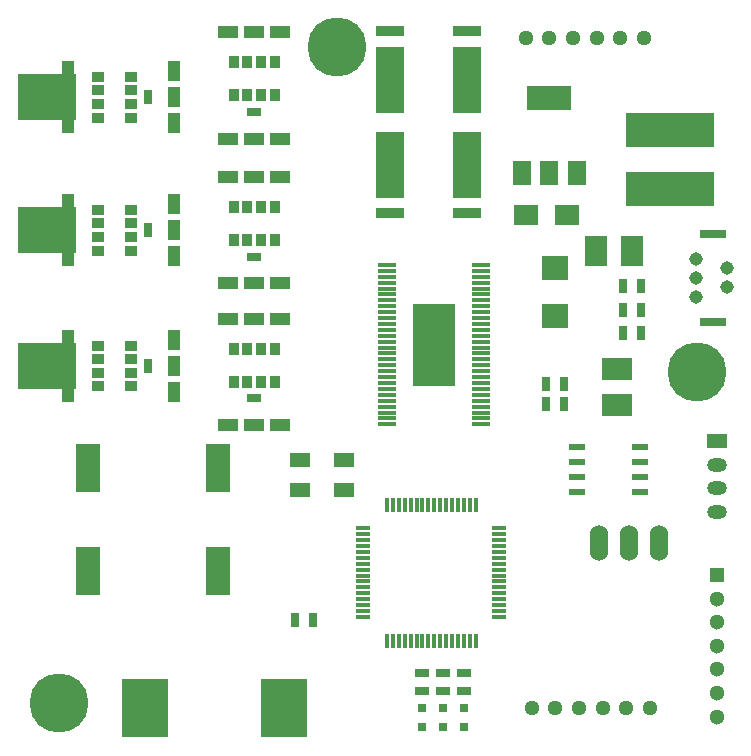
<source format=gts>
G04 #@! TF.FileFunction,Soldermask,Top*
%FSLAX46Y46*%
G04 Gerber Fmt 4.6, Leading zero omitted, Abs format (unit mm)*
G04 Created by KiCad (PCBNEW 4.0.6) date 07/07/17 00:51:22*
%MOMM*%
%LPD*%
G01*
G04 APERTURE LIST*
%ADD10C,0.100000*%
%ADD11C,1.143000*%
%ADD12R,2.300000X0.800000*%
%ADD13R,2.499360X1.950720*%
%ADD14R,1.950720X2.499360*%
%ADD15O,1.524000X3.048000*%
%ADD16R,7.498080X2.997200*%
%ADD17C,1.300480*%
%ADD18R,1.300000X1.300000*%
%ADD19C,1.300000*%
%ADD20R,4.000000X5.000000*%
%ADD21R,5.000000X4.000000*%
%ADD22R,1.699260X1.198880*%
%ADD23O,1.699260X1.198880*%
%ADD24R,0.635000X1.143000*%
%ADD25R,1.143000X0.635000*%
%ADD26R,2.438400X5.588000*%
%ADD27R,2.438400X0.889000*%
%ADD28R,1.300480X0.300000*%
%ADD29R,0.300000X1.300480*%
%ADD30R,1.501140X0.299720*%
%ADD31R,3.599180X7.000240*%
%ADD32R,1.399540X0.599440*%
%ADD33R,1.800860X1.198880*%
%ADD34R,0.701040X1.300480*%
%ADD35R,1.099820X0.850900*%
%ADD36R,1.099820X1.699260*%
%ADD37R,1.300480X0.701040*%
%ADD38R,0.850900X1.099820*%
%ADD39R,1.699260X1.099820*%
%ADD40R,0.800000X0.800000*%
%ADD41R,2.100580X1.699260*%
%ADD42R,3.800000X2.000000*%
%ADD43R,1.500000X2.000000*%
%ADD44C,5.000000*%
%ADD45R,2.301240X1.998980*%
%ADD46R,2.000000X4.100000*%
G04 APERTURE END LIST*
D10*
D11*
X241650000Y-104950000D03*
X244250000Y-105750000D03*
X241650000Y-106550000D03*
X244250000Y-107350000D03*
X241650000Y-108150000D03*
D12*
X243100000Y-102800000D03*
X243100000Y-110300000D03*
D13*
X235000000Y-117274000D03*
X235000000Y-114226000D03*
D14*
X236274000Y-104250000D03*
X233226000Y-104250000D03*
D15*
X238540000Y-129000000D03*
X236000000Y-129000000D03*
X233460000Y-129000000D03*
D16*
X239500000Y-94000640D03*
X239500000Y-98999360D03*
D17*
X233250760Y-86250000D03*
X231249240Y-86250000D03*
X229250260Y-86250000D03*
X227248740Y-86250000D03*
X235249740Y-86250000D03*
X237251260Y-86250000D03*
X233750760Y-143000000D03*
X231749240Y-143000000D03*
X229750260Y-143000000D03*
X227748740Y-143000000D03*
X235749740Y-143000000D03*
X237751260Y-143000000D03*
D18*
X243400000Y-131695440D03*
D19*
X243400000Y-135698480D03*
X243400000Y-133696960D03*
X243400000Y-137697460D03*
X243400000Y-139698980D03*
X243400000Y-141700500D03*
X243400000Y-143699480D03*
D20*
X206750000Y-143000000D03*
X195000000Y-143000000D03*
D21*
X186750000Y-91250000D03*
X186750000Y-102500000D03*
X186750000Y-114000000D03*
D22*
X243400000Y-120347720D03*
D23*
X243400000Y-124350760D03*
X243400000Y-122349240D03*
X243400000Y-126349740D03*
D24*
X237012000Y-107250000D03*
X235488000Y-107250000D03*
X228988000Y-117250000D03*
X230512000Y-117250000D03*
X228988000Y-115500000D03*
X230512000Y-115500000D03*
D25*
X218500000Y-141512000D03*
X218500000Y-139988000D03*
D24*
X207738000Y-135500000D03*
X209262000Y-135500000D03*
D25*
X220250000Y-141512000D03*
X220250000Y-139988000D03*
X222000000Y-141512000D03*
X222000000Y-139988000D03*
D26*
X222238500Y-96952000D03*
X215761500Y-96952000D03*
D27*
X222238500Y-101079500D03*
X215761500Y-101079500D03*
D26*
X215761500Y-89798000D03*
X222238500Y-89798000D03*
D27*
X215761500Y-85670500D03*
X222238500Y-85670500D03*
D24*
X235488000Y-111250000D03*
X237012000Y-111250000D03*
X235488000Y-109250000D03*
X237012000Y-109250000D03*
D28*
X213499440Y-129249560D03*
X213499440Y-129749940D03*
X213499440Y-130250320D03*
X213499440Y-130750700D03*
X213499440Y-131251080D03*
X213499440Y-127750960D03*
X213499440Y-128248800D03*
X213499440Y-128749180D03*
D29*
X215500960Y-137250560D03*
X215998800Y-137250560D03*
X216499180Y-137250560D03*
X216999560Y-137250560D03*
X217499940Y-137250560D03*
X218000320Y-137250560D03*
X218500700Y-137250560D03*
X219001080Y-137250560D03*
D28*
X225000560Y-135249040D03*
X225000560Y-134751200D03*
X225000560Y-134250820D03*
X225000560Y-133750440D03*
X225000560Y-133250060D03*
X225000560Y-132749680D03*
X225000560Y-132249300D03*
X225000560Y-131748920D03*
D29*
X222999040Y-125749440D03*
X222501200Y-125749440D03*
X222000820Y-125749440D03*
X221500440Y-125749440D03*
X221000060Y-125749440D03*
X220499680Y-125749440D03*
X219999300Y-125749440D03*
X219498920Y-125749440D03*
D28*
X213499440Y-131748920D03*
X213499440Y-132249300D03*
X213499440Y-132749680D03*
D29*
X219498920Y-137250560D03*
X219999300Y-137250560D03*
X220499680Y-137250560D03*
D28*
X225000560Y-131251080D03*
X225000560Y-130750700D03*
X225000560Y-130250320D03*
D29*
X219001080Y-125749440D03*
X218500700Y-125749440D03*
X218000320Y-125749440D03*
D28*
X213499440Y-133250060D03*
X213499440Y-133750440D03*
X213499440Y-134250820D03*
X213499440Y-134751200D03*
X213499440Y-135249040D03*
D29*
X221000060Y-137250560D03*
X221500440Y-137250560D03*
X222000820Y-137250560D03*
X222501200Y-137250560D03*
X222999040Y-137250560D03*
D28*
X225000560Y-129749940D03*
X225000560Y-129249560D03*
X225000560Y-128749180D03*
X225000560Y-128248800D03*
X225000560Y-127750960D03*
D29*
X217499940Y-125749440D03*
X216999560Y-125749440D03*
X216499180Y-125749440D03*
X215998800Y-125749440D03*
X215500960Y-125749440D03*
D30*
X215499500Y-109946220D03*
X215499500Y-110446600D03*
X215499500Y-110946980D03*
X215499500Y-111447360D03*
X215499500Y-111947740D03*
X215499500Y-112445580D03*
X215499500Y-112945960D03*
X215499500Y-113446340D03*
X215499500Y-113946720D03*
X215499500Y-114447100D03*
X215499500Y-114947480D03*
X215499500Y-105447880D03*
X215499500Y-105945720D03*
X215499500Y-106446100D03*
X223500500Y-110946980D03*
X215499500Y-107446860D03*
X215499500Y-107947240D03*
X215499500Y-108447620D03*
X215499500Y-108945460D03*
X215499500Y-109445840D03*
X223500500Y-113446340D03*
X223500500Y-112945960D03*
X223500500Y-112445580D03*
X223500500Y-111947740D03*
X223500500Y-111447360D03*
X215499500Y-106946480D03*
X223500500Y-110446600D03*
X223500500Y-109946220D03*
X223500500Y-109445840D03*
X223500500Y-108945460D03*
X223500500Y-108447620D03*
X223500500Y-107947240D03*
X223500500Y-107446860D03*
X223500500Y-118945440D03*
X223500500Y-118447600D03*
X223500500Y-117947220D03*
X223500500Y-117446840D03*
X223500500Y-116946460D03*
X223500500Y-116446080D03*
X223500500Y-115945700D03*
X223500500Y-115447860D03*
X223500500Y-114947480D03*
X223500500Y-114447100D03*
X223500500Y-113946720D03*
X223500500Y-106946480D03*
X223500500Y-106446100D03*
X223500500Y-105945720D03*
X223500500Y-105447880D03*
X215499500Y-115447860D03*
X215499500Y-115945700D03*
X215499500Y-116446080D03*
X215499500Y-116946460D03*
X215499500Y-117446840D03*
X215499500Y-117947220D03*
X215499500Y-118447600D03*
X215499500Y-118945440D03*
D31*
X219500000Y-112250000D03*
D32*
X236917000Y-120845000D03*
X231583000Y-120845000D03*
X236917000Y-122115000D03*
X236917000Y-123385000D03*
X236917000Y-124655000D03*
X231583000Y-122115000D03*
X231583000Y-123385000D03*
X231583000Y-124655000D03*
D33*
X211899920Y-124499680D03*
X211899920Y-122000320D03*
X208100080Y-122000320D03*
X208100080Y-124499680D03*
D34*
X195250440Y-91250000D03*
D35*
X193850900Y-91829120D03*
X193850900Y-90670880D03*
X191049280Y-90670880D03*
X191049280Y-91829120D03*
X193850900Y-92979740D03*
X191049280Y-92979740D03*
X193850900Y-89520260D03*
X191049280Y-89520260D03*
D36*
X197500880Y-91250000D03*
X197500880Y-93449640D03*
X197500880Y-89050360D03*
X188501660Y-91250000D03*
X188501660Y-89050360D03*
X188501660Y-93449640D03*
D37*
X204250000Y-92500440D03*
D38*
X203670880Y-91100900D03*
X204829120Y-91100900D03*
X204829120Y-88299280D03*
X203670880Y-88299280D03*
X202520260Y-91100900D03*
X202520260Y-88299280D03*
X205979740Y-91100900D03*
X205979740Y-88299280D03*
D39*
X204250000Y-94750880D03*
X202050360Y-94750880D03*
X206449640Y-94750880D03*
X204250000Y-85751660D03*
X206449640Y-85751660D03*
X202050360Y-85751660D03*
D34*
X195250440Y-102500000D03*
D35*
X193850900Y-103079120D03*
X193850900Y-101920880D03*
X191049280Y-101920880D03*
X191049280Y-103079120D03*
X193850900Y-104229740D03*
X191049280Y-104229740D03*
X193850900Y-100770260D03*
X191049280Y-100770260D03*
D36*
X197500880Y-102500000D03*
X197500880Y-104699640D03*
X197500880Y-100300360D03*
X188501660Y-102500000D03*
X188501660Y-100300360D03*
X188501660Y-104699640D03*
D37*
X204250000Y-104750440D03*
D38*
X203670880Y-103350900D03*
X204829120Y-103350900D03*
X204829120Y-100549280D03*
X203670880Y-100549280D03*
X202520260Y-103350900D03*
X202520260Y-100549280D03*
X205979740Y-103350900D03*
X205979740Y-100549280D03*
D39*
X204250000Y-107000880D03*
X202050360Y-107000880D03*
X206449640Y-107000880D03*
X204250000Y-98001660D03*
X206449640Y-98001660D03*
X202050360Y-98001660D03*
D34*
X195250440Y-114000000D03*
D35*
X193850900Y-114579120D03*
X193850900Y-113420880D03*
X191049280Y-113420880D03*
X191049280Y-114579120D03*
X193850900Y-115729740D03*
X191049280Y-115729740D03*
X193850900Y-112270260D03*
X191049280Y-112270260D03*
D36*
X197500880Y-114000000D03*
X197500880Y-116199640D03*
X197500880Y-111800360D03*
X188501660Y-114000000D03*
X188501660Y-111800360D03*
X188501660Y-116199640D03*
D37*
X204250000Y-116750440D03*
D38*
X203670880Y-115350900D03*
X204829120Y-115350900D03*
X204829120Y-112549280D03*
X203670880Y-112549280D03*
X202520260Y-115350900D03*
X202520260Y-112549280D03*
X205979740Y-115350900D03*
X205979740Y-112549280D03*
D39*
X204250000Y-119000880D03*
X202050360Y-119000880D03*
X206449640Y-119000880D03*
X204250000Y-110001660D03*
X206449640Y-110001660D03*
X202050360Y-110001660D03*
D40*
X222000000Y-144550000D03*
X222000000Y-142950000D03*
X220250000Y-144550000D03*
X220250000Y-142950000D03*
X218500000Y-144550000D03*
X218500000Y-142950000D03*
D41*
X230729740Y-101250000D03*
X227270260Y-101250000D03*
D42*
X229250000Y-91350000D03*
D43*
X229250000Y-97650000D03*
X231550000Y-97650000D03*
X226950000Y-97650000D03*
D44*
X187750000Y-142500000D03*
X211250000Y-87000000D03*
X241750000Y-114500000D03*
D45*
X229750000Y-105740860D03*
X229750000Y-109759140D03*
D46*
X201200000Y-131350000D03*
X201200000Y-122650000D03*
X190200000Y-131350000D03*
X190200000Y-122650000D03*
M02*

</source>
